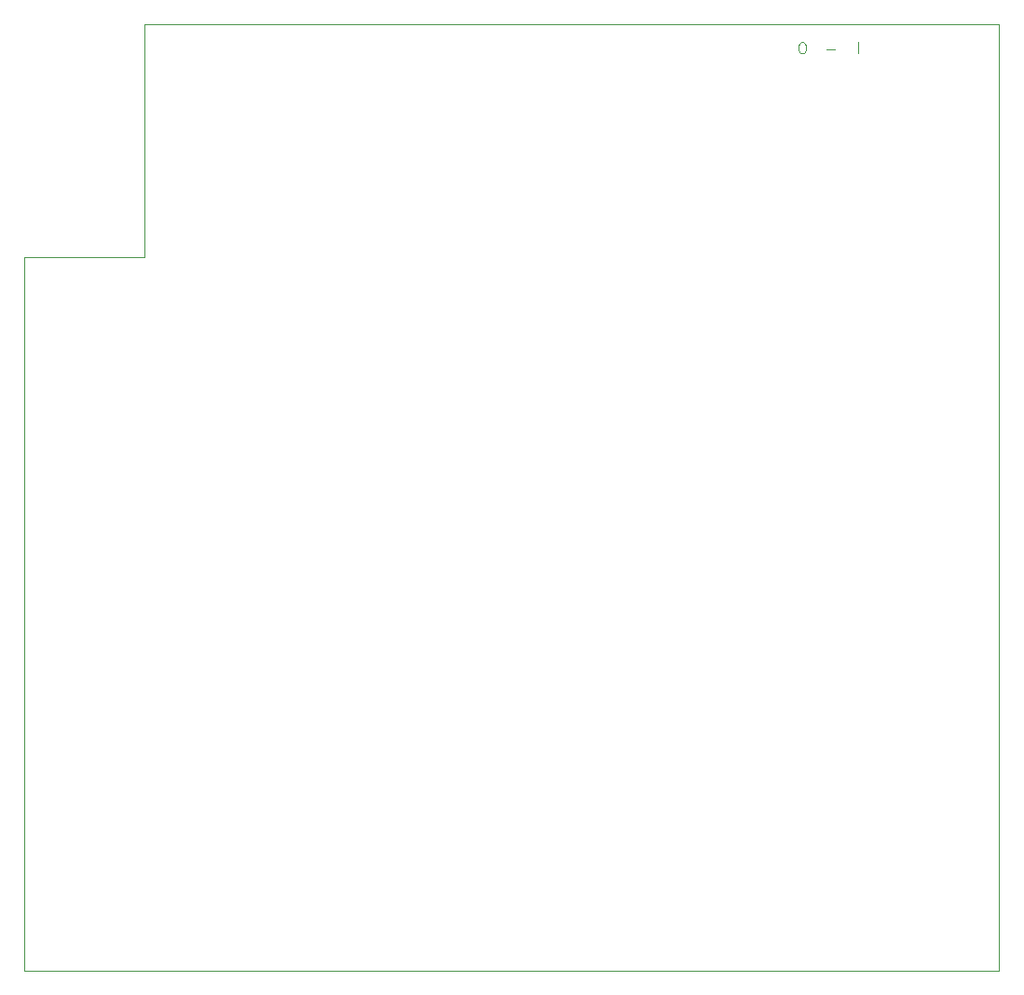
<source format=gbr>
G04 #@! TF.GenerationSoftware,KiCad,Pcbnew,(5.1.9)-1*
G04 #@! TF.CreationDate,2021-03-09T13:02:45-08:00*
G04 #@! TF.ProjectId,full_project,66756c6c-5f70-4726-9f6a-6563742e6b69,2.0*
G04 #@! TF.SameCoordinates,Original*
G04 #@! TF.FileFunction,Paste,Bot*
G04 #@! TF.FilePolarity,Positive*
%FSLAX46Y46*%
G04 Gerber Fmt 4.6, Leading zero omitted, Abs format (unit mm)*
G04 Created by KiCad (PCBNEW (5.1.9)-1) date 2021-03-09 13:02:45*
%MOMM*%
%LPD*%
G01*
G04 APERTURE LIST*
G04 #@! TA.AperFunction,Profile*
%ADD10C,0.050000*%
G04 #@! TD*
%ADD11C,0.050000*%
G04 APERTURE END LIST*
D10*
X111379000Y-77851000D02*
X111379000Y-56636000D01*
X100457000Y-77851000D02*
X111379000Y-77851000D01*
X189000000Y-142488000D02*
X189000000Y-142688000D01*
X188600000Y-142688000D02*
X189000000Y-142688000D01*
X188600000Y-56636000D02*
X189000000Y-56636000D01*
X189000000Y-56636000D02*
X189000000Y-142488000D01*
X187600000Y-142688000D02*
X188600000Y-142688000D01*
X187600000Y-56636000D02*
X188600000Y-56636000D01*
X187000000Y-142688000D02*
X187600000Y-142688000D01*
X187000000Y-56636000D02*
X187600000Y-56636000D01*
X185032000Y-56636000D02*
X187000000Y-56636000D01*
X185032000Y-142688000D02*
X187000000Y-142688000D01*
X100457000Y-77851000D02*
X100457000Y-142688000D01*
X100457000Y-142688000D02*
X185032000Y-142688000D01*
X185032000Y-56636000D02*
X111379000Y-56636000D01*
G04 #@! TO.C,U8*
D11*
X171023291Y-58289440D02*
X171213768Y-58289440D01*
X171309006Y-58337060D01*
X171404244Y-58432298D01*
X171451863Y-58622774D01*
X171451863Y-58956107D01*
X171404244Y-59146583D01*
X171309006Y-59241821D01*
X171213768Y-59289440D01*
X171023291Y-59289440D01*
X170928053Y-59241821D01*
X170832815Y-59146583D01*
X170785196Y-58956107D01*
X170785196Y-58622774D01*
X170832815Y-58432298D01*
X170928053Y-58337060D01*
X171023291Y-58289440D01*
X176204020Y-59287550D02*
X176204020Y-58287550D01*
X173279390Y-58909368D02*
X174041295Y-58909368D01*
G04 #@! TD*
M02*

</source>
